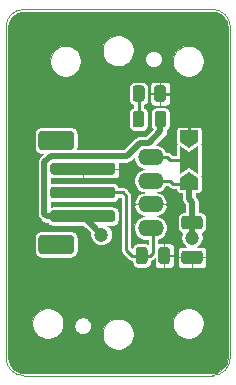
<source format=gbr>
G04 #@! TF.GenerationSoftware,KiCad,Pcbnew,5.1.9*
G04 #@! TF.CreationDate,2021-04-02T13:00:30+02:00*
G04 #@! TF.ProjectId,pressureSensorHolder,70726573-7375-4726-9553-656e736f7248,rev?*
G04 #@! TF.SameCoordinates,Original*
G04 #@! TF.FileFunction,Copper,L1,Top*
G04 #@! TF.FilePolarity,Positive*
%FSLAX46Y46*%
G04 Gerber Fmt 4.6, Leading zero omitted, Abs format (unit mm)*
G04 Created by KiCad (PCBNEW 5.1.9) date 2021-04-02 13:00:30*
%MOMM*%
%LPD*%
G01*
G04 APERTURE LIST*
G04 #@! TA.AperFunction,Profile*
%ADD10C,0.050000*%
G04 #@! TD*
G04 #@! TA.AperFunction,ComponentPad*
%ADD11O,2.200000X1.400000*%
G04 #@! TD*
G04 #@! TA.AperFunction,SMDPad,CuDef*
%ADD12C,0.100000*%
G04 #@! TD*
G04 #@! TA.AperFunction,ViaPad*
%ADD13C,0.800000*%
G04 #@! TD*
G04 #@! TA.AperFunction,ViaPad*
%ADD14C,1.200000*%
G04 #@! TD*
G04 #@! TA.AperFunction,Conductor*
%ADD15C,0.254000*%
G04 #@! TD*
G04 #@! TA.AperFunction,Conductor*
%ADD16C,0.500000*%
G04 #@! TD*
G04 #@! TA.AperFunction,Conductor*
%ADD17C,0.120000*%
G04 #@! TD*
G04 #@! TA.AperFunction,Conductor*
%ADD18C,0.100000*%
G04 #@! TD*
G04 APERTURE END LIST*
D10*
X140942200Y-99157400D02*
G75*
G02*
X139442200Y-97657400I0J1500000D01*
G01*
X139442200Y-69657400D02*
G75*
G02*
X140942200Y-68157400I1500000J0D01*
G01*
X158442200Y-97657400D02*
G75*
G02*
X156942200Y-99157400I-1500000J0D01*
G01*
X156942200Y-68157400D02*
G75*
G02*
X158442200Y-69657400I0J-1500000D01*
G01*
X158442200Y-97657400D02*
X158442200Y-69657400D01*
X140942200Y-99157400D02*
X156942200Y-99157400D01*
X139442200Y-69657400D02*
X139442200Y-97657400D01*
X156942200Y-68157400D02*
X140942200Y-68157400D01*
G04 #@! TA.AperFunction,SMDPad,CuDef*
G36*
G01*
X152338200Y-89472400D02*
X152338200Y-88522400D01*
G75*
G02*
X152588200Y-88272400I250000J0D01*
G01*
X153088200Y-88272400D01*
G75*
G02*
X153338200Y-88522400I0J-250000D01*
G01*
X153338200Y-89472400D01*
G75*
G02*
X153088200Y-89722400I-250000J0D01*
G01*
X152588200Y-89722400D01*
G75*
G02*
X152338200Y-89472400I0J250000D01*
G01*
G37*
G04 #@! TD.AperFunction*
G04 #@! TA.AperFunction,SMDPad,CuDef*
G36*
G01*
X150438200Y-89472400D02*
X150438200Y-88522400D01*
G75*
G02*
X150688200Y-88272400I250000J0D01*
G01*
X151188200Y-88272400D01*
G75*
G02*
X151438200Y-88522400I0J-250000D01*
G01*
X151438200Y-89472400D01*
G75*
G02*
X151188200Y-89722400I-250000J0D01*
G01*
X150688200Y-89722400D01*
G75*
G02*
X150438200Y-89472400I0J250000D01*
G01*
G37*
G04 #@! TD.AperFunction*
G04 #@! TA.AperFunction,SMDPad,CuDef*
G36*
G01*
X154540199Y-88578400D02*
X155840201Y-88578400D01*
G75*
G02*
X156090200Y-88828399I0J-249999D01*
G01*
X156090200Y-89478401D01*
G75*
G02*
X155840201Y-89728400I-249999J0D01*
G01*
X154540199Y-89728400D01*
G75*
G02*
X154290200Y-89478401I0J249999D01*
G01*
X154290200Y-88828399D01*
G75*
G02*
X154540199Y-88578400I249999J0D01*
G01*
G37*
G04 #@! TD.AperFunction*
G04 #@! TA.AperFunction,SMDPad,CuDef*
G36*
G01*
X154540199Y-85628400D02*
X155840201Y-85628400D01*
G75*
G02*
X156090200Y-85878399I0J-249999D01*
G01*
X156090200Y-86528401D01*
G75*
G02*
X155840201Y-86778400I-249999J0D01*
G01*
X154540199Y-86778400D01*
G75*
G02*
X154290200Y-86528401I0J249999D01*
G01*
X154290200Y-85878399D01*
G75*
G02*
X154540199Y-85628400I249999J0D01*
G01*
G37*
G04 #@! TD.AperFunction*
G04 #@! TA.AperFunction,SMDPad,CuDef*
G36*
G01*
X144942200Y-80057400D02*
X142442200Y-80057400D01*
G75*
G02*
X142192200Y-79807400I0J250000D01*
G01*
X142192200Y-78707400D01*
G75*
G02*
X142442200Y-78457400I250000J0D01*
G01*
X144942200Y-78457400D01*
G75*
G02*
X145192200Y-78707400I0J-250000D01*
G01*
X145192200Y-79807400D01*
G75*
G02*
X144942200Y-80057400I-250000J0D01*
G01*
G37*
G04 #@! TD.AperFunction*
G04 #@! TA.AperFunction,SMDPad,CuDef*
G36*
G01*
X144942200Y-88857400D02*
X142442200Y-88857400D01*
G75*
G02*
X142192200Y-88607400I0J250000D01*
G01*
X142192200Y-87507400D01*
G75*
G02*
X142442200Y-87257400I250000J0D01*
G01*
X144942200Y-87257400D01*
G75*
G02*
X145192200Y-87507400I0J-250000D01*
G01*
X145192200Y-88607400D01*
G75*
G02*
X144942200Y-88857400I-250000J0D01*
G01*
G37*
G04 #@! TD.AperFunction*
G04 #@! TA.AperFunction,SMDPad,CuDef*
G36*
G01*
X148442200Y-82157400D02*
X143442200Y-82157400D01*
G75*
G02*
X143192200Y-81907400I0J250000D01*
G01*
X143192200Y-81407400D01*
G75*
G02*
X143442200Y-81157400I250000J0D01*
G01*
X148442200Y-81157400D01*
G75*
G02*
X148692200Y-81407400I0J-250000D01*
G01*
X148692200Y-81907400D01*
G75*
G02*
X148442200Y-82157400I-250000J0D01*
G01*
G37*
G04 #@! TD.AperFunction*
G04 #@! TA.AperFunction,SMDPad,CuDef*
G36*
G01*
X148442200Y-84157400D02*
X143442200Y-84157400D01*
G75*
G02*
X143192200Y-83907400I0J250000D01*
G01*
X143192200Y-83407400D01*
G75*
G02*
X143442200Y-83157400I250000J0D01*
G01*
X148442200Y-83157400D01*
G75*
G02*
X148692200Y-83407400I0J-250000D01*
G01*
X148692200Y-83907400D01*
G75*
G02*
X148442200Y-84157400I-250000J0D01*
G01*
G37*
G04 #@! TD.AperFunction*
G04 #@! TA.AperFunction,SMDPad,CuDef*
G36*
G01*
X148442200Y-86157400D02*
X143442200Y-86157400D01*
G75*
G02*
X143192200Y-85907400I0J250000D01*
G01*
X143192200Y-85407400D01*
G75*
G02*
X143442200Y-85157400I250000J0D01*
G01*
X148442200Y-85157400D01*
G75*
G02*
X148692200Y-85407400I0J-250000D01*
G01*
X148692200Y-85907400D01*
G75*
G02*
X148442200Y-86157400I-250000J0D01*
G01*
G37*
G04 #@! TD.AperFunction*
G04 #@! TA.AperFunction,SMDPad,CuDef*
G36*
G01*
X151985700Y-75731402D02*
X151985700Y-74831398D01*
G75*
G02*
X152235698Y-74581400I249998J0D01*
G01*
X152760702Y-74581400D01*
G75*
G02*
X153010700Y-74831398I0J-249998D01*
G01*
X153010700Y-75731402D01*
G75*
G02*
X152760702Y-75981400I-249998J0D01*
G01*
X152235698Y-75981400D01*
G75*
G02*
X151985700Y-75731402I0J249998D01*
G01*
G37*
G04 #@! TD.AperFunction*
G04 #@! TA.AperFunction,SMDPad,CuDef*
G36*
G01*
X150160700Y-75731402D02*
X150160700Y-74831398D01*
G75*
G02*
X150410698Y-74581400I249998J0D01*
G01*
X150935702Y-74581400D01*
G75*
G02*
X151185700Y-74831398I0J-249998D01*
G01*
X151185700Y-75731402D01*
G75*
G02*
X150935702Y-75981400I-249998J0D01*
G01*
X150410698Y-75981400D01*
G75*
G02*
X150160700Y-75731402I0J249998D01*
G01*
G37*
G04 #@! TD.AperFunction*
G04 #@! TA.AperFunction,SMDPad,CuDef*
G36*
G01*
X152035700Y-77896650D02*
X152035700Y-76984150D01*
G75*
G02*
X152279450Y-76740400I243750J0D01*
G01*
X152766950Y-76740400D01*
G75*
G02*
X153010700Y-76984150I0J-243750D01*
G01*
X153010700Y-77896650D01*
G75*
G02*
X152766950Y-78140400I-243750J0D01*
G01*
X152279450Y-78140400D01*
G75*
G02*
X152035700Y-77896650I0J243750D01*
G01*
G37*
G04 #@! TD.AperFunction*
G04 #@! TA.AperFunction,SMDPad,CuDef*
G36*
G01*
X150160700Y-77896650D02*
X150160700Y-76984150D01*
G75*
G02*
X150404450Y-76740400I243750J0D01*
G01*
X150891950Y-76740400D01*
G75*
G02*
X151135700Y-76984150I0J-243750D01*
G01*
X151135700Y-77896650D01*
G75*
G02*
X150891950Y-78140400I-243750J0D01*
G01*
X150404450Y-78140400D01*
G75*
G02*
X150160700Y-77896650I0J243750D01*
G01*
G37*
G04 #@! TD.AperFunction*
D11*
X151692200Y-80657400D03*
X151692200Y-82657400D03*
X151692200Y-84657400D03*
X151692200Y-86657400D03*
G04 #@! TA.AperFunction,SMDPad,CuDef*
D12*
G36*
X154942200Y-81907400D02*
G01*
X155692200Y-82407400D01*
X155692200Y-83407400D01*
X154192200Y-83407400D01*
X154192200Y-82407400D01*
X154942200Y-81907400D01*
G37*
G04 #@! TD.AperFunction*
G04 #@! TA.AperFunction,SMDPad,CuDef*
G36*
X154942200Y-80207400D02*
G01*
X155692200Y-79707400D01*
X155692200Y-82107400D01*
X154942200Y-81607400D01*
X154192200Y-82107400D01*
X154192200Y-79707400D01*
X154942200Y-80207400D01*
G37*
G04 #@! TD.AperFunction*
G04 #@! TA.AperFunction,SMDPad,CuDef*
G36*
X154942200Y-79907400D02*
G01*
X154192200Y-79407400D01*
X154192200Y-78407400D01*
X155692200Y-78407400D01*
X155692200Y-79407400D01*
X154942200Y-79907400D01*
G37*
G04 #@! TD.AperFunction*
D13*
X146808200Y-76043400D03*
X153793200Y-84806400D03*
D14*
X147504200Y-87219402D03*
X155190196Y-87473404D03*
D15*
X149342200Y-83657400D02*
X145942200Y-83657400D01*
X149602200Y-83917400D02*
X149342200Y-83657400D01*
X149602200Y-88489400D02*
X149602200Y-83917400D01*
X150110200Y-88997400D02*
X149602200Y-88489400D01*
X150938200Y-88997400D02*
X150110200Y-88997400D01*
X151634200Y-88997400D02*
X150938200Y-88997400D01*
X151888200Y-88743400D02*
X151634200Y-88997400D01*
X151888200Y-86853400D02*
X151888200Y-88743400D01*
X151692200Y-86657400D02*
X151888200Y-86853400D01*
X151692200Y-80657400D02*
X153114200Y-80657400D01*
X153364200Y-80907400D02*
X154942200Y-80907400D01*
X153114200Y-80657400D02*
X153364200Y-80907400D01*
X154942200Y-78907400D02*
X154942200Y-76303400D01*
X153920200Y-75281400D02*
X152498200Y-75281400D01*
X154942200Y-76303400D02*
X153920200Y-75281400D01*
X154942200Y-82907400D02*
X153586200Y-82907400D01*
X153336200Y-82657400D02*
X151692200Y-82657400D01*
X153586200Y-82907400D02*
X153336200Y-82657400D01*
D16*
X155190200Y-86203400D02*
X155190200Y-84425400D01*
X154942200Y-84177400D02*
X154942200Y-82907400D01*
X155190200Y-84425400D02*
X154942200Y-84177400D01*
X142904190Y-85657400D02*
X145942200Y-85657400D01*
X142688190Y-85441400D02*
X142904190Y-85657400D01*
X142688190Y-81095076D02*
X142688190Y-85441400D01*
X143221856Y-80561410D02*
X142688190Y-81095076D01*
X150793483Y-79453390D02*
X149685463Y-80561410D01*
X151526210Y-79453390D02*
X150793483Y-79453390D01*
X152523200Y-78456400D02*
X151526210Y-79453390D01*
X149685463Y-80561410D02*
X143221856Y-80561410D01*
X152523200Y-77440400D02*
X152523200Y-78456400D01*
X146904201Y-86619403D02*
X147504200Y-87219402D01*
X145942200Y-85657400D02*
X146904201Y-86619403D01*
X155190200Y-86203400D02*
X155190200Y-87473400D01*
X155190200Y-87473400D02*
X155190196Y-87473404D01*
D15*
X150673200Y-77415400D02*
X150648200Y-77440400D01*
X150673200Y-75281400D02*
X150673200Y-77415400D01*
D17*
X157191590Y-68397884D02*
X157431482Y-68470312D01*
X157652739Y-68587956D01*
X157846929Y-68746333D01*
X158006657Y-68939412D01*
X158125844Y-69159842D01*
X158199945Y-69399224D01*
X158227201Y-69658555D01*
X158227200Y-97646884D01*
X158201716Y-97906790D01*
X158129288Y-98146682D01*
X158011644Y-98367938D01*
X157853269Y-98562126D01*
X157660187Y-98721858D01*
X157439758Y-98841044D01*
X157200376Y-98915145D01*
X156941055Y-98942400D01*
X140952716Y-98942400D01*
X140692810Y-98916916D01*
X140452918Y-98844488D01*
X140231662Y-98726844D01*
X140037474Y-98568469D01*
X139877742Y-98375387D01*
X139758556Y-98154958D01*
X139684455Y-97915576D01*
X139657200Y-97656255D01*
X139657200Y-94627982D01*
X141678200Y-94627982D01*
X141678200Y-94886818D01*
X141728696Y-95140680D01*
X141827748Y-95379812D01*
X141971549Y-95595026D01*
X142154574Y-95778051D01*
X142369788Y-95921852D01*
X142608920Y-96020904D01*
X142862782Y-96071400D01*
X143121618Y-96071400D01*
X143375480Y-96020904D01*
X143614612Y-95921852D01*
X143829826Y-95778051D01*
X144012851Y-95595026D01*
X144156652Y-95379812D01*
X144255704Y-95140680D01*
X144306148Y-94887077D01*
X145228200Y-94887077D01*
X145228200Y-95027723D01*
X145255638Y-95165666D01*
X145309461Y-95295606D01*
X145387600Y-95412549D01*
X145487051Y-95512000D01*
X145603994Y-95590139D01*
X145733934Y-95643962D01*
X145871877Y-95671400D01*
X146012523Y-95671400D01*
X146150466Y-95643962D01*
X146280406Y-95590139D01*
X146373430Y-95527982D01*
X147628200Y-95527982D01*
X147628200Y-95786818D01*
X147678696Y-96040680D01*
X147777748Y-96279812D01*
X147921549Y-96495026D01*
X148104574Y-96678051D01*
X148319788Y-96821852D01*
X148558920Y-96920904D01*
X148812782Y-96971400D01*
X149071618Y-96971400D01*
X149325480Y-96920904D01*
X149564612Y-96821852D01*
X149779826Y-96678051D01*
X149962851Y-96495026D01*
X150106652Y-96279812D01*
X150205704Y-96040680D01*
X150256200Y-95786818D01*
X150256200Y-95527982D01*
X150205704Y-95274120D01*
X150106652Y-95034988D01*
X149962851Y-94819774D01*
X149779826Y-94636749D01*
X149766706Y-94627982D01*
X153578200Y-94627982D01*
X153578200Y-94886818D01*
X153628696Y-95140680D01*
X153727748Y-95379812D01*
X153871549Y-95595026D01*
X154054574Y-95778051D01*
X154269788Y-95921852D01*
X154508920Y-96020904D01*
X154762782Y-96071400D01*
X155021618Y-96071400D01*
X155275480Y-96020904D01*
X155514612Y-95921852D01*
X155729826Y-95778051D01*
X155912851Y-95595026D01*
X156056652Y-95379812D01*
X156155704Y-95140680D01*
X156206200Y-94886818D01*
X156206200Y-94627982D01*
X156155704Y-94374120D01*
X156056652Y-94134988D01*
X155912851Y-93919774D01*
X155729826Y-93736749D01*
X155514612Y-93592948D01*
X155275480Y-93493896D01*
X155021618Y-93443400D01*
X154762782Y-93443400D01*
X154508920Y-93493896D01*
X154269788Y-93592948D01*
X154054574Y-93736749D01*
X153871549Y-93919774D01*
X153727748Y-94134988D01*
X153628696Y-94374120D01*
X153578200Y-94627982D01*
X149766706Y-94627982D01*
X149564612Y-94492948D01*
X149325480Y-94393896D01*
X149071618Y-94343400D01*
X148812782Y-94343400D01*
X148558920Y-94393896D01*
X148319788Y-94492948D01*
X148104574Y-94636749D01*
X147921549Y-94819774D01*
X147777748Y-95034988D01*
X147678696Y-95274120D01*
X147628200Y-95527982D01*
X146373430Y-95527982D01*
X146397349Y-95512000D01*
X146496800Y-95412549D01*
X146574939Y-95295606D01*
X146628762Y-95165666D01*
X146656200Y-95027723D01*
X146656200Y-94887077D01*
X146628762Y-94749134D01*
X146574939Y-94619194D01*
X146496800Y-94502251D01*
X146397349Y-94402800D01*
X146280406Y-94324661D01*
X146150466Y-94270838D01*
X146012523Y-94243400D01*
X145871877Y-94243400D01*
X145733934Y-94270838D01*
X145603994Y-94324661D01*
X145487051Y-94402800D01*
X145387600Y-94502251D01*
X145309461Y-94619194D01*
X145255638Y-94749134D01*
X145228200Y-94887077D01*
X144306148Y-94887077D01*
X144306200Y-94886818D01*
X144306200Y-94627982D01*
X144255704Y-94374120D01*
X144156652Y-94134988D01*
X144012851Y-93919774D01*
X143829826Y-93736749D01*
X143614612Y-93592948D01*
X143375480Y-93493896D01*
X143121618Y-93443400D01*
X142862782Y-93443400D01*
X142608920Y-93493896D01*
X142369788Y-93592948D01*
X142154574Y-93736749D01*
X141971549Y-93919774D01*
X141827748Y-94134988D01*
X141728696Y-94374120D01*
X141678200Y-94627982D01*
X139657200Y-94627982D01*
X139657200Y-87507400D01*
X141876681Y-87507400D01*
X141876681Y-88607400D01*
X141887547Y-88717727D01*
X141919729Y-88823815D01*
X141971988Y-88921586D01*
X142042318Y-89007282D01*
X142128014Y-89077612D01*
X142225785Y-89129871D01*
X142331873Y-89162053D01*
X142442200Y-89172919D01*
X144942200Y-89172919D01*
X145052527Y-89162053D01*
X145158615Y-89129871D01*
X145256386Y-89077612D01*
X145342082Y-89007282D01*
X145412412Y-88921586D01*
X145464671Y-88823815D01*
X145496853Y-88717727D01*
X145507719Y-88607400D01*
X145507719Y-87507400D01*
X145496853Y-87397073D01*
X145464671Y-87290985D01*
X145412412Y-87193214D01*
X145342082Y-87107518D01*
X145256386Y-87037188D01*
X145158615Y-86984929D01*
X145052527Y-86952747D01*
X144942200Y-86941881D01*
X142442200Y-86941881D01*
X142331873Y-86952747D01*
X142225785Y-86984929D01*
X142128014Y-87037188D01*
X142042318Y-87107518D01*
X141971988Y-87193214D01*
X141919729Y-87290985D01*
X141887547Y-87397073D01*
X141876681Y-87507400D01*
X139657200Y-87507400D01*
X139657200Y-78707400D01*
X141876681Y-78707400D01*
X141876681Y-79807400D01*
X141887547Y-79917727D01*
X141919729Y-80023815D01*
X141971988Y-80121586D01*
X142042318Y-80207282D01*
X142128014Y-80277612D01*
X142225785Y-80329871D01*
X142331873Y-80362053D01*
X142442200Y-80372919D01*
X142612731Y-80372919D01*
X142308972Y-80676678D01*
X142287453Y-80694339D01*
X142216973Y-80780219D01*
X142164602Y-80878200D01*
X142132352Y-80984514D01*
X142124190Y-81067380D01*
X142124190Y-81067387D01*
X142121463Y-81095076D01*
X142124190Y-81122765D01*
X142124191Y-85413701D01*
X142121463Y-85441400D01*
X142132352Y-85551963D01*
X142158049Y-85636672D01*
X142164603Y-85658277D01*
X142216974Y-85756257D01*
X142287454Y-85842137D01*
X142308969Y-85859794D01*
X142485792Y-86036617D01*
X142503453Y-86058137D01*
X142589333Y-86128617D01*
X142687313Y-86180988D01*
X142768882Y-86205732D01*
X142793626Y-86213238D01*
X142803959Y-86214256D01*
X142876493Y-86221400D01*
X142876500Y-86221400D01*
X142904189Y-86224127D01*
X142931878Y-86221400D01*
X142971889Y-86221400D01*
X142971988Y-86221586D01*
X143042318Y-86307282D01*
X143128014Y-86377612D01*
X143225785Y-86429871D01*
X143331873Y-86462053D01*
X143442200Y-86472919D01*
X145960102Y-86472919D01*
X146524976Y-87037795D01*
X146524986Y-87037804D01*
X146594574Y-87107391D01*
X146590200Y-87129381D01*
X146590200Y-87309423D01*
X146625325Y-87486006D01*
X146694224Y-87652343D01*
X146794250Y-87802043D01*
X146921559Y-87929352D01*
X147071259Y-88029378D01*
X147237596Y-88098277D01*
X147414179Y-88133402D01*
X147594221Y-88133402D01*
X147770804Y-88098277D01*
X147937141Y-88029378D01*
X148086841Y-87929352D01*
X148214150Y-87802043D01*
X148314176Y-87652343D01*
X148383075Y-87486006D01*
X148418200Y-87309423D01*
X148418200Y-87129381D01*
X148383075Y-86952798D01*
X148314176Y-86786461D01*
X148214150Y-86636761D01*
X148086841Y-86509452D01*
X148032165Y-86472919D01*
X148442200Y-86472919D01*
X148552527Y-86462053D01*
X148658615Y-86429871D01*
X148756386Y-86377612D01*
X148842082Y-86307282D01*
X148912412Y-86221586D01*
X148964671Y-86123815D01*
X148996853Y-86017727D01*
X149007719Y-85907400D01*
X149007719Y-85407400D01*
X148996853Y-85297073D01*
X148964671Y-85190985D01*
X148912412Y-85093214D01*
X148842082Y-85007518D01*
X148756386Y-84937188D01*
X148658615Y-84884929D01*
X148552527Y-84852747D01*
X148442200Y-84841881D01*
X143442200Y-84841881D01*
X143331873Y-84852747D01*
X143252190Y-84876919D01*
X143252190Y-84437881D01*
X143331873Y-84462053D01*
X143442200Y-84472919D01*
X148442200Y-84472919D01*
X148552527Y-84462053D01*
X148658615Y-84429871D01*
X148756386Y-84377612D01*
X148842082Y-84307282D01*
X148912412Y-84221586D01*
X148964671Y-84123815D01*
X148972381Y-84098400D01*
X149159533Y-84098400D01*
X149161201Y-84100068D01*
X149161200Y-88467752D01*
X149159068Y-88489400D01*
X149161200Y-88511048D01*
X149161200Y-88511055D01*
X149167582Y-88575850D01*
X149192798Y-88658979D01*
X149233748Y-88735591D01*
X149288858Y-88802742D01*
X149305684Y-88816551D01*
X149783053Y-89293921D01*
X149796858Y-89310742D01*
X149864008Y-89365852D01*
X149940620Y-89406802D01*
X149998532Y-89424369D01*
X150023748Y-89432018D01*
X150032152Y-89432846D01*
X150088544Y-89438400D01*
X150088551Y-89438400D01*
X150110199Y-89440532D01*
X150122681Y-89439303D01*
X150122681Y-89472400D01*
X150133547Y-89582727D01*
X150165729Y-89688815D01*
X150217988Y-89786586D01*
X150288318Y-89872282D01*
X150374014Y-89942612D01*
X150471785Y-89994871D01*
X150577873Y-90027053D01*
X150688200Y-90037919D01*
X151188200Y-90037919D01*
X151298527Y-90027053D01*
X151404615Y-89994871D01*
X151502386Y-89942612D01*
X151588082Y-89872282D01*
X151658412Y-89786586D01*
X151710671Y-89688815D01*
X151742853Y-89582727D01*
X151753719Y-89472400D01*
X151753719Y-89421987D01*
X151803780Y-89406802D01*
X151880392Y-89365852D01*
X151947542Y-89310742D01*
X151961351Y-89293916D01*
X152022838Y-89232430D01*
X152021676Y-89722400D01*
X152027758Y-89784151D01*
X152045770Y-89843528D01*
X152075020Y-89898251D01*
X152114384Y-89946216D01*
X152162349Y-89985580D01*
X152217072Y-90014830D01*
X152276449Y-90032842D01*
X152338200Y-90038924D01*
X152755950Y-90037400D01*
X152834700Y-89958650D01*
X152834700Y-89000900D01*
X152841700Y-89000900D01*
X152841700Y-89958650D01*
X152920450Y-90037400D01*
X153338200Y-90038924D01*
X153399951Y-90032842D01*
X153459328Y-90014830D01*
X153514051Y-89985580D01*
X153562016Y-89946216D01*
X153601380Y-89898251D01*
X153630630Y-89843528D01*
X153648642Y-89784151D01*
X153654133Y-89728400D01*
X153973676Y-89728400D01*
X153979758Y-89790151D01*
X153997770Y-89849528D01*
X154027020Y-89904251D01*
X154066384Y-89952216D01*
X154114349Y-89991580D01*
X154169072Y-90020830D01*
X154228449Y-90038842D01*
X154290200Y-90044924D01*
X155107950Y-90043400D01*
X155186700Y-89964650D01*
X155186700Y-89156900D01*
X155193700Y-89156900D01*
X155193700Y-89964650D01*
X155272450Y-90043400D01*
X156090200Y-90044924D01*
X156151951Y-90038842D01*
X156211328Y-90020830D01*
X156266051Y-89991580D01*
X156314016Y-89952216D01*
X156353380Y-89904251D01*
X156382630Y-89849528D01*
X156400642Y-89790151D01*
X156406724Y-89728400D01*
X156405200Y-89235650D01*
X156326450Y-89156900D01*
X155193700Y-89156900D01*
X155186700Y-89156900D01*
X154053950Y-89156900D01*
X153975200Y-89235650D01*
X153973676Y-89728400D01*
X153654133Y-89728400D01*
X153654724Y-89722400D01*
X153653200Y-89079650D01*
X153574450Y-89000900D01*
X152841700Y-89000900D01*
X152834700Y-89000900D01*
X152814700Y-89000900D01*
X152814700Y-88993900D01*
X152834700Y-88993900D01*
X152834700Y-88036150D01*
X152841700Y-88036150D01*
X152841700Y-88993900D01*
X153574450Y-88993900D01*
X153653200Y-88915150D01*
X153654724Y-88272400D01*
X153648642Y-88210649D01*
X153630630Y-88151272D01*
X153601380Y-88096549D01*
X153562016Y-88048584D01*
X153514051Y-88009220D01*
X153459328Y-87979970D01*
X153399951Y-87961958D01*
X153338200Y-87955876D01*
X152920450Y-87957400D01*
X152841700Y-88036150D01*
X152834700Y-88036150D01*
X152755950Y-87957400D01*
X152338200Y-87955876D01*
X152329200Y-87956762D01*
X152329200Y-87645134D01*
X152482118Y-87598746D01*
X152658274Y-87504589D01*
X152812675Y-87377875D01*
X152939389Y-87223474D01*
X153033546Y-87047318D01*
X153091528Y-86856179D01*
X153111106Y-86657400D01*
X153091528Y-86458621D01*
X153033546Y-86267482D01*
X152939389Y-86091326D01*
X152812675Y-85936925D01*
X152658274Y-85810211D01*
X152482118Y-85716054D01*
X152290979Y-85658072D01*
X152263115Y-85655328D01*
X152293649Y-85652214D01*
X152483857Y-85593798D01*
X152659014Y-85499397D01*
X152812388Y-85372638D01*
X152938086Y-85218393D01*
X153031277Y-85042590D01*
X153088380Y-84851984D01*
X153094150Y-84819637D01*
X153028443Y-84660900D01*
X151695700Y-84660900D01*
X151695700Y-84680900D01*
X151688700Y-84680900D01*
X151688700Y-84660900D01*
X150355957Y-84660900D01*
X150290250Y-84819637D01*
X150296020Y-84851984D01*
X150353123Y-85042590D01*
X150446314Y-85218393D01*
X150572012Y-85372638D01*
X150725386Y-85499397D01*
X150900543Y-85593798D01*
X151090751Y-85652214D01*
X151121285Y-85655328D01*
X151093421Y-85658072D01*
X150902282Y-85716054D01*
X150726126Y-85810211D01*
X150571725Y-85936925D01*
X150445011Y-86091326D01*
X150350854Y-86267482D01*
X150292872Y-86458621D01*
X150273294Y-86657400D01*
X150292872Y-86856179D01*
X150350854Y-87047318D01*
X150445011Y-87223474D01*
X150571725Y-87377875D01*
X150726126Y-87504589D01*
X150902282Y-87598746D01*
X151093421Y-87656728D01*
X151242388Y-87671400D01*
X151447200Y-87671400D01*
X151447201Y-88022691D01*
X151404615Y-87999929D01*
X151298527Y-87967747D01*
X151188200Y-87956881D01*
X150688200Y-87956881D01*
X150577873Y-87967747D01*
X150471785Y-87999929D01*
X150374014Y-88052188D01*
X150288318Y-88122518D01*
X150217988Y-88208214D01*
X150165729Y-88305985D01*
X150137037Y-88400569D01*
X150043200Y-88306733D01*
X150043200Y-83939051D01*
X150045332Y-83917400D01*
X150043200Y-83895749D01*
X150043200Y-83895744D01*
X150039549Y-83858672D01*
X150036819Y-83830949D01*
X150011602Y-83747820D01*
X149970652Y-83671208D01*
X149915542Y-83604058D01*
X149898715Y-83590248D01*
X149669352Y-83360885D01*
X149655542Y-83344058D01*
X149588392Y-83288948D01*
X149511780Y-83247998D01*
X149428651Y-83222782D01*
X149363856Y-83216400D01*
X149363848Y-83216400D01*
X149342200Y-83214268D01*
X149320552Y-83216400D01*
X148972381Y-83216400D01*
X148964671Y-83190985D01*
X148912412Y-83093214D01*
X148842082Y-83007518D01*
X148756386Y-82937188D01*
X148658615Y-82884929D01*
X148552527Y-82852747D01*
X148442200Y-82841881D01*
X143442200Y-82841881D01*
X143331873Y-82852747D01*
X143252190Y-82876919D01*
X143252190Y-82473890D01*
X145859950Y-82472400D01*
X145938700Y-82393650D01*
X145938700Y-81660900D01*
X145945700Y-81660900D01*
X145945700Y-82393650D01*
X146024450Y-82472400D01*
X148692200Y-82473924D01*
X148753951Y-82467842D01*
X148813328Y-82449830D01*
X148868051Y-82420580D01*
X148916016Y-82381216D01*
X148955380Y-82333251D01*
X148984630Y-82278528D01*
X149002642Y-82219151D01*
X149008724Y-82157400D01*
X149007200Y-81739650D01*
X148928450Y-81660900D01*
X145945700Y-81660900D01*
X145938700Y-81660900D01*
X145918700Y-81660900D01*
X145918700Y-81653900D01*
X145938700Y-81653900D01*
X145938700Y-81633900D01*
X145945700Y-81633900D01*
X145945700Y-81653900D01*
X148928450Y-81653900D01*
X149007200Y-81575150D01*
X149008724Y-81157400D01*
X149005573Y-81125410D01*
X149657774Y-81125410D01*
X149685463Y-81128137D01*
X149713152Y-81125410D01*
X149713160Y-81125410D01*
X149796026Y-81117248D01*
X149902340Y-81084998D01*
X150000320Y-81032627D01*
X150086200Y-80962147D01*
X150103861Y-80940627D01*
X150283497Y-80760992D01*
X150292872Y-80856179D01*
X150350854Y-81047318D01*
X150445011Y-81223474D01*
X150571725Y-81377875D01*
X150726126Y-81504589D01*
X150902282Y-81598746D01*
X151093421Y-81656728D01*
X151100244Y-81657400D01*
X151093421Y-81658072D01*
X150902282Y-81716054D01*
X150726126Y-81810211D01*
X150571725Y-81936925D01*
X150445011Y-82091326D01*
X150350854Y-82267482D01*
X150292872Y-82458621D01*
X150273294Y-82657400D01*
X150292872Y-82856179D01*
X150350854Y-83047318D01*
X150445011Y-83223474D01*
X150571725Y-83377875D01*
X150726126Y-83504589D01*
X150902282Y-83598746D01*
X151093421Y-83656728D01*
X151121285Y-83659472D01*
X151090751Y-83662586D01*
X150900543Y-83721002D01*
X150725386Y-83815403D01*
X150572012Y-83942162D01*
X150446314Y-84096407D01*
X150353123Y-84272210D01*
X150296020Y-84462816D01*
X150290250Y-84495163D01*
X150355957Y-84653900D01*
X151688700Y-84653900D01*
X151688700Y-84633900D01*
X151695700Y-84633900D01*
X151695700Y-84653900D01*
X153028443Y-84653900D01*
X153094150Y-84495163D01*
X153088380Y-84462816D01*
X153031277Y-84272210D01*
X152938086Y-84096407D01*
X152812388Y-83942162D01*
X152659014Y-83815403D01*
X152483857Y-83721002D01*
X152293649Y-83662586D01*
X152263115Y-83659472D01*
X152290979Y-83656728D01*
X152482118Y-83598746D01*
X152658274Y-83504589D01*
X152812675Y-83377875D01*
X152939389Y-83223474D01*
X153006242Y-83098400D01*
X153153533Y-83098400D01*
X153259048Y-83203915D01*
X153272858Y-83220742D01*
X153340008Y-83275852D01*
X153416620Y-83316802D01*
X153460964Y-83330253D01*
X153499748Y-83342018D01*
X153508152Y-83342846D01*
X153564544Y-83348400D01*
X153564551Y-83348400D01*
X153586199Y-83350532D01*
X153607847Y-83348400D01*
X153876681Y-83348400D01*
X153876681Y-83407400D01*
X153882744Y-83468955D01*
X153900698Y-83528144D01*
X153929856Y-83582693D01*
X153969094Y-83630506D01*
X154016907Y-83669744D01*
X154071456Y-83698902D01*
X154130645Y-83716856D01*
X154192200Y-83722919D01*
X154378200Y-83722919D01*
X154378200Y-84149711D01*
X154375473Y-84177400D01*
X154378200Y-84205089D01*
X154378200Y-84205096D01*
X154386362Y-84287962D01*
X154418612Y-84394276D01*
X154470983Y-84492257D01*
X154541463Y-84578137D01*
X154562983Y-84595798D01*
X154626201Y-84659016D01*
X154626201Y-85312881D01*
X154540199Y-85312881D01*
X154429872Y-85323747D01*
X154323785Y-85355928D01*
X154226014Y-85408188D01*
X154140317Y-85478517D01*
X154069988Y-85564214D01*
X154017728Y-85661985D01*
X153985547Y-85768072D01*
X153974681Y-85878399D01*
X153974681Y-86528401D01*
X153985547Y-86638728D01*
X154017728Y-86744815D01*
X154069988Y-86842586D01*
X154140317Y-86928283D01*
X154226014Y-86998612D01*
X154323785Y-87050872D01*
X154370090Y-87064918D01*
X154311321Y-87206800D01*
X154276196Y-87383383D01*
X154276196Y-87563425D01*
X154311321Y-87740008D01*
X154380220Y-87906345D01*
X154480246Y-88056045D01*
X154607555Y-88183354D01*
X154726288Y-88262689D01*
X154290200Y-88261876D01*
X154228449Y-88267958D01*
X154169072Y-88285970D01*
X154114349Y-88315220D01*
X154066384Y-88354584D01*
X154027020Y-88402549D01*
X153997770Y-88457272D01*
X153979758Y-88516649D01*
X153973676Y-88578400D01*
X153975200Y-89071150D01*
X154053950Y-89149900D01*
X155186700Y-89149900D01*
X155186700Y-89129900D01*
X155193700Y-89129900D01*
X155193700Y-89149900D01*
X156326450Y-89149900D01*
X156405200Y-89071150D01*
X156406724Y-88578400D01*
X156400642Y-88516649D01*
X156382630Y-88457272D01*
X156353380Y-88402549D01*
X156314016Y-88354584D01*
X156266051Y-88315220D01*
X156211328Y-88285970D01*
X156151951Y-88267958D01*
X156090200Y-88261876D01*
X155654104Y-88262689D01*
X155772837Y-88183354D01*
X155900146Y-88056045D01*
X156000172Y-87906345D01*
X156069071Y-87740008D01*
X156104196Y-87563425D01*
X156104196Y-87383383D01*
X156069071Y-87206800D01*
X156010303Y-87064921D01*
X156056615Y-87050872D01*
X156154386Y-86998612D01*
X156240083Y-86928283D01*
X156310412Y-86842586D01*
X156362672Y-86744815D01*
X156394853Y-86638728D01*
X156405719Y-86528401D01*
X156405719Y-85878399D01*
X156394853Y-85768072D01*
X156362672Y-85661985D01*
X156310412Y-85564214D01*
X156240083Y-85478517D01*
X156154386Y-85408188D01*
X156056615Y-85355928D01*
X155950528Y-85323747D01*
X155840201Y-85312881D01*
X155754200Y-85312881D01*
X155754200Y-84453089D01*
X155756927Y-84425400D01*
X155754200Y-84397711D01*
X155754200Y-84397703D01*
X155746038Y-84314837D01*
X155713788Y-84208523D01*
X155661417Y-84110543D01*
X155590937Y-84024663D01*
X155569417Y-84007002D01*
X155506200Y-83943785D01*
X155506200Y-83722919D01*
X155692200Y-83722919D01*
X155753755Y-83716856D01*
X155812944Y-83698902D01*
X155867493Y-83669744D01*
X155915306Y-83630506D01*
X155954544Y-83582693D01*
X155983702Y-83528144D01*
X156001656Y-83468955D01*
X156007719Y-83407400D01*
X156007719Y-82407400D01*
X156001592Y-82345522D01*
X155983575Y-82286351D01*
X155968063Y-82257402D01*
X155983702Y-82228144D01*
X156001656Y-82168955D01*
X156007719Y-82107400D01*
X156007719Y-79707400D01*
X156001721Y-79646169D01*
X155983828Y-79586961D01*
X155968632Y-79558459D01*
X155984630Y-79528528D01*
X156002642Y-79469151D01*
X156008724Y-79407400D01*
X156008724Y-78407400D01*
X156002642Y-78345649D01*
X155984630Y-78286272D01*
X155955380Y-78231549D01*
X155916016Y-78183584D01*
X155868051Y-78144220D01*
X155813328Y-78114970D01*
X155753951Y-78096958D01*
X155692200Y-78090876D01*
X154192200Y-78090876D01*
X154130449Y-78096958D01*
X154071072Y-78114970D01*
X154016349Y-78144220D01*
X153968384Y-78183584D01*
X153929020Y-78231549D01*
X153899770Y-78286272D01*
X153881758Y-78345649D01*
X153875676Y-78407400D01*
X153875676Y-79407400D01*
X153881823Y-79469475D01*
X153899897Y-79528834D01*
X153915771Y-79558458D01*
X153900698Y-79586656D01*
X153882744Y-79645845D01*
X153876681Y-79707400D01*
X153876681Y-80466400D01*
X153546867Y-80466400D01*
X153441352Y-80360885D01*
X153427542Y-80344058D01*
X153360392Y-80288948D01*
X153283780Y-80247998D01*
X153200651Y-80222782D01*
X153135856Y-80216400D01*
X153135848Y-80216400D01*
X153114200Y-80214268D01*
X153092552Y-80216400D01*
X153006242Y-80216400D01*
X152939389Y-80091326D01*
X152812675Y-79936925D01*
X152658274Y-79810211D01*
X152482118Y-79716054D01*
X152290979Y-79658072D01*
X152142012Y-79643400D01*
X152133815Y-79643400D01*
X152902428Y-78874789D01*
X152923937Y-78857137D01*
X152941589Y-78835628D01*
X152941593Y-78835624D01*
X152963539Y-78808882D01*
X152994417Y-78771257D01*
X153046788Y-78673277D01*
X153079038Y-78566963D01*
X153087200Y-78484097D01*
X153087200Y-78484089D01*
X153089927Y-78456400D01*
X153087200Y-78428711D01*
X153087200Y-78353838D01*
X153162413Y-78292113D01*
X153231965Y-78207363D01*
X153283647Y-78110673D01*
X153315473Y-78005758D01*
X153326219Y-77896650D01*
X153326219Y-76984150D01*
X153315473Y-76875042D01*
X153283647Y-76770127D01*
X153231965Y-76673437D01*
X153162413Y-76588687D01*
X153077663Y-76519135D01*
X152980973Y-76467453D01*
X152876058Y-76435627D01*
X152766950Y-76424881D01*
X152279450Y-76424881D01*
X152170342Y-76435627D01*
X152065427Y-76467453D01*
X151968737Y-76519135D01*
X151883987Y-76588687D01*
X151814435Y-76673437D01*
X151762753Y-76770127D01*
X151730927Y-76875042D01*
X151720181Y-76984150D01*
X151720181Y-77896650D01*
X151730927Y-78005758D01*
X151762753Y-78110673D01*
X151814435Y-78207363D01*
X151883987Y-78292113D01*
X151887218Y-78294765D01*
X151292595Y-78889390D01*
X150821172Y-78889390D01*
X150793483Y-78886663D01*
X150765794Y-78889390D01*
X150765786Y-78889390D01*
X150692369Y-78896621D01*
X150682919Y-78897552D01*
X150650669Y-78907335D01*
X150576606Y-78929802D01*
X150478626Y-78982173D01*
X150441992Y-79012238D01*
X150414259Y-79034997D01*
X150414255Y-79035001D01*
X150392746Y-79052653D01*
X150375094Y-79074162D01*
X149451848Y-79997410D01*
X145472681Y-79997410D01*
X145496853Y-79917727D01*
X145507719Y-79807400D01*
X145507719Y-78707400D01*
X145496853Y-78597073D01*
X145464671Y-78490985D01*
X145412412Y-78393214D01*
X145342082Y-78307518D01*
X145256386Y-78237188D01*
X145158615Y-78184929D01*
X145052527Y-78152747D01*
X144942200Y-78141881D01*
X142442200Y-78141881D01*
X142331873Y-78152747D01*
X142225785Y-78184929D01*
X142128014Y-78237188D01*
X142042318Y-78307518D01*
X141971988Y-78393214D01*
X141919729Y-78490985D01*
X141887547Y-78597073D01*
X141876681Y-78707400D01*
X139657200Y-78707400D01*
X139657200Y-74831398D01*
X149845181Y-74831398D01*
X149845181Y-75731402D01*
X149856047Y-75841729D01*
X149888228Y-75947816D01*
X149940488Y-76045586D01*
X150010817Y-76131283D01*
X150096514Y-76201612D01*
X150194284Y-76253872D01*
X150232200Y-76265374D01*
X150232201Y-76454781D01*
X150190427Y-76467453D01*
X150093737Y-76519135D01*
X150008987Y-76588687D01*
X149939435Y-76673437D01*
X149887753Y-76770127D01*
X149855927Y-76875042D01*
X149845181Y-76984150D01*
X149845181Y-77896650D01*
X149855927Y-78005758D01*
X149887753Y-78110673D01*
X149939435Y-78207363D01*
X150008987Y-78292113D01*
X150093737Y-78361665D01*
X150190427Y-78413347D01*
X150295342Y-78445173D01*
X150404450Y-78455919D01*
X150891950Y-78455919D01*
X151001058Y-78445173D01*
X151105973Y-78413347D01*
X151202663Y-78361665D01*
X151287413Y-78292113D01*
X151356965Y-78207363D01*
X151408647Y-78110673D01*
X151440473Y-78005758D01*
X151451219Y-77896650D01*
X151451219Y-76984150D01*
X151440473Y-76875042D01*
X151408647Y-76770127D01*
X151356965Y-76673437D01*
X151287413Y-76588687D01*
X151202663Y-76519135D01*
X151114200Y-76471850D01*
X151114200Y-76265374D01*
X151152116Y-76253872D01*
X151249886Y-76201612D01*
X151335583Y-76131283D01*
X151405912Y-76045586D01*
X151440220Y-75981400D01*
X151669176Y-75981400D01*
X151675258Y-76043151D01*
X151693270Y-76102528D01*
X151722520Y-76157251D01*
X151761884Y-76205216D01*
X151809849Y-76244580D01*
X151864572Y-76273830D01*
X151923949Y-76291842D01*
X151985700Y-76297924D01*
X152415950Y-76296400D01*
X152494700Y-76217650D01*
X152494700Y-75284900D01*
X152501700Y-75284900D01*
X152501700Y-76217650D01*
X152580450Y-76296400D01*
X153010700Y-76297924D01*
X153072451Y-76291842D01*
X153131828Y-76273830D01*
X153186551Y-76244580D01*
X153234516Y-76205216D01*
X153273880Y-76157251D01*
X153303130Y-76102528D01*
X153321142Y-76043151D01*
X153327224Y-75981400D01*
X153325700Y-75363650D01*
X153246950Y-75284900D01*
X152501700Y-75284900D01*
X152494700Y-75284900D01*
X151749450Y-75284900D01*
X151670700Y-75363650D01*
X151669176Y-75981400D01*
X151440220Y-75981400D01*
X151458172Y-75947816D01*
X151490353Y-75841729D01*
X151501219Y-75731402D01*
X151501219Y-74831398D01*
X151490353Y-74721071D01*
X151458172Y-74614984D01*
X151440221Y-74581400D01*
X151669176Y-74581400D01*
X151670700Y-75199150D01*
X151749450Y-75277900D01*
X152494700Y-75277900D01*
X152494700Y-74345150D01*
X152501700Y-74345150D01*
X152501700Y-75277900D01*
X153246950Y-75277900D01*
X153325700Y-75199150D01*
X153327224Y-74581400D01*
X153321142Y-74519649D01*
X153303130Y-74460272D01*
X153273880Y-74405549D01*
X153234516Y-74357584D01*
X153186551Y-74318220D01*
X153131828Y-74288970D01*
X153072451Y-74270958D01*
X153010700Y-74264876D01*
X152580450Y-74266400D01*
X152501700Y-74345150D01*
X152494700Y-74345150D01*
X152415950Y-74266400D01*
X151985700Y-74264876D01*
X151923949Y-74270958D01*
X151864572Y-74288970D01*
X151809849Y-74318220D01*
X151761884Y-74357584D01*
X151722520Y-74405549D01*
X151693270Y-74460272D01*
X151675258Y-74519649D01*
X151669176Y-74581400D01*
X151440221Y-74581400D01*
X151405912Y-74517214D01*
X151335583Y-74431517D01*
X151249886Y-74361188D01*
X151152116Y-74308928D01*
X151046029Y-74276747D01*
X150935702Y-74265881D01*
X150410698Y-74265881D01*
X150300371Y-74276747D01*
X150194284Y-74308928D01*
X150096514Y-74361188D01*
X150010817Y-74431517D01*
X149940488Y-74517214D01*
X149888228Y-74614984D01*
X149856047Y-74721071D01*
X149845181Y-74831398D01*
X139657200Y-74831398D01*
X139657200Y-72427982D01*
X143178200Y-72427982D01*
X143178200Y-72686818D01*
X143228696Y-72940680D01*
X143327748Y-73179812D01*
X143471549Y-73395026D01*
X143654574Y-73578051D01*
X143869788Y-73721852D01*
X144108920Y-73820904D01*
X144362782Y-73871400D01*
X144621618Y-73871400D01*
X144875480Y-73820904D01*
X145114612Y-73721852D01*
X145329826Y-73578051D01*
X145512851Y-73395026D01*
X145656652Y-73179812D01*
X145755704Y-72940680D01*
X145806200Y-72686818D01*
X145806200Y-72427982D01*
X145755704Y-72174120D01*
X145656652Y-71934988D01*
X145512851Y-71719774D01*
X145329826Y-71536749D01*
X145316706Y-71527982D01*
X147628200Y-71527982D01*
X147628200Y-71786818D01*
X147678696Y-72040680D01*
X147777748Y-72279812D01*
X147921549Y-72495026D01*
X148104574Y-72678051D01*
X148319788Y-72821852D01*
X148558920Y-72920904D01*
X148812782Y-72971400D01*
X149071618Y-72971400D01*
X149325480Y-72920904D01*
X149564612Y-72821852D01*
X149779826Y-72678051D01*
X149962851Y-72495026D01*
X150101797Y-72287077D01*
X151228200Y-72287077D01*
X151228200Y-72427723D01*
X151255638Y-72565666D01*
X151309461Y-72695606D01*
X151387600Y-72812549D01*
X151487051Y-72912000D01*
X151603994Y-72990139D01*
X151733934Y-73043962D01*
X151871877Y-73071400D01*
X152012523Y-73071400D01*
X152150466Y-73043962D01*
X152280406Y-72990139D01*
X152397349Y-72912000D01*
X152496800Y-72812549D01*
X152574939Y-72695606D01*
X152628762Y-72565666D01*
X152656148Y-72427982D01*
X153578200Y-72427982D01*
X153578200Y-72686818D01*
X153628696Y-72940680D01*
X153727748Y-73179812D01*
X153871549Y-73395026D01*
X154054574Y-73578051D01*
X154269788Y-73721852D01*
X154508920Y-73820904D01*
X154762782Y-73871400D01*
X155021618Y-73871400D01*
X155275480Y-73820904D01*
X155514612Y-73721852D01*
X155729826Y-73578051D01*
X155912851Y-73395026D01*
X156056652Y-73179812D01*
X156155704Y-72940680D01*
X156206200Y-72686818D01*
X156206200Y-72427982D01*
X156155704Y-72174120D01*
X156056652Y-71934988D01*
X155912851Y-71719774D01*
X155729826Y-71536749D01*
X155514612Y-71392948D01*
X155275480Y-71293896D01*
X155021618Y-71243400D01*
X154762782Y-71243400D01*
X154508920Y-71293896D01*
X154269788Y-71392948D01*
X154054574Y-71536749D01*
X153871549Y-71719774D01*
X153727748Y-71934988D01*
X153628696Y-72174120D01*
X153578200Y-72427982D01*
X152656148Y-72427982D01*
X152656200Y-72427723D01*
X152656200Y-72287077D01*
X152628762Y-72149134D01*
X152574939Y-72019194D01*
X152496800Y-71902251D01*
X152397349Y-71802800D01*
X152280406Y-71724661D01*
X152150466Y-71670838D01*
X152012523Y-71643400D01*
X151871877Y-71643400D01*
X151733934Y-71670838D01*
X151603994Y-71724661D01*
X151487051Y-71802800D01*
X151387600Y-71902251D01*
X151309461Y-72019194D01*
X151255638Y-72149134D01*
X151228200Y-72287077D01*
X150101797Y-72287077D01*
X150106652Y-72279812D01*
X150205704Y-72040680D01*
X150256200Y-71786818D01*
X150256200Y-71527982D01*
X150205704Y-71274120D01*
X150106652Y-71034988D01*
X149962851Y-70819774D01*
X149779826Y-70636749D01*
X149564612Y-70492948D01*
X149325480Y-70393896D01*
X149071618Y-70343400D01*
X148812782Y-70343400D01*
X148558920Y-70393896D01*
X148319788Y-70492948D01*
X148104574Y-70636749D01*
X147921549Y-70819774D01*
X147777748Y-71034988D01*
X147678696Y-71274120D01*
X147628200Y-71527982D01*
X145316706Y-71527982D01*
X145114612Y-71392948D01*
X144875480Y-71293896D01*
X144621618Y-71243400D01*
X144362782Y-71243400D01*
X144108920Y-71293896D01*
X143869788Y-71392948D01*
X143654574Y-71536749D01*
X143471549Y-71719774D01*
X143327748Y-71934988D01*
X143228696Y-72174120D01*
X143178200Y-72427982D01*
X139657200Y-72427982D01*
X139657200Y-69667916D01*
X139682684Y-69408010D01*
X139755112Y-69168118D01*
X139872756Y-68946861D01*
X140031133Y-68752671D01*
X140224212Y-68592943D01*
X140444642Y-68473756D01*
X140684024Y-68399655D01*
X140943346Y-68372400D01*
X156931684Y-68372400D01*
X157191590Y-68397884D01*
G04 #@! TA.AperFunction,Conductor*
D18*
G36*
X157191590Y-68397884D02*
G01*
X157431482Y-68470312D01*
X157652739Y-68587956D01*
X157846929Y-68746333D01*
X158006657Y-68939412D01*
X158125844Y-69159842D01*
X158199945Y-69399224D01*
X158227201Y-69658555D01*
X158227200Y-97646884D01*
X158201716Y-97906790D01*
X158129288Y-98146682D01*
X158011644Y-98367938D01*
X157853269Y-98562126D01*
X157660187Y-98721858D01*
X157439758Y-98841044D01*
X157200376Y-98915145D01*
X156941055Y-98942400D01*
X140952716Y-98942400D01*
X140692810Y-98916916D01*
X140452918Y-98844488D01*
X140231662Y-98726844D01*
X140037474Y-98568469D01*
X139877742Y-98375387D01*
X139758556Y-98154958D01*
X139684455Y-97915576D01*
X139657200Y-97656255D01*
X139657200Y-94627982D01*
X141678200Y-94627982D01*
X141678200Y-94886818D01*
X141728696Y-95140680D01*
X141827748Y-95379812D01*
X141971549Y-95595026D01*
X142154574Y-95778051D01*
X142369788Y-95921852D01*
X142608920Y-96020904D01*
X142862782Y-96071400D01*
X143121618Y-96071400D01*
X143375480Y-96020904D01*
X143614612Y-95921852D01*
X143829826Y-95778051D01*
X144012851Y-95595026D01*
X144156652Y-95379812D01*
X144255704Y-95140680D01*
X144306148Y-94887077D01*
X145228200Y-94887077D01*
X145228200Y-95027723D01*
X145255638Y-95165666D01*
X145309461Y-95295606D01*
X145387600Y-95412549D01*
X145487051Y-95512000D01*
X145603994Y-95590139D01*
X145733934Y-95643962D01*
X145871877Y-95671400D01*
X146012523Y-95671400D01*
X146150466Y-95643962D01*
X146280406Y-95590139D01*
X146373430Y-95527982D01*
X147628200Y-95527982D01*
X147628200Y-95786818D01*
X147678696Y-96040680D01*
X147777748Y-96279812D01*
X147921549Y-96495026D01*
X148104574Y-96678051D01*
X148319788Y-96821852D01*
X148558920Y-96920904D01*
X148812782Y-96971400D01*
X149071618Y-96971400D01*
X149325480Y-96920904D01*
X149564612Y-96821852D01*
X149779826Y-96678051D01*
X149962851Y-96495026D01*
X150106652Y-96279812D01*
X150205704Y-96040680D01*
X150256200Y-95786818D01*
X150256200Y-95527982D01*
X150205704Y-95274120D01*
X150106652Y-95034988D01*
X149962851Y-94819774D01*
X149779826Y-94636749D01*
X149766706Y-94627982D01*
X153578200Y-94627982D01*
X153578200Y-94886818D01*
X153628696Y-95140680D01*
X153727748Y-95379812D01*
X153871549Y-95595026D01*
X154054574Y-95778051D01*
X154269788Y-95921852D01*
X154508920Y-96020904D01*
X154762782Y-96071400D01*
X155021618Y-96071400D01*
X155275480Y-96020904D01*
X155514612Y-95921852D01*
X155729826Y-95778051D01*
X155912851Y-95595026D01*
X156056652Y-95379812D01*
X156155704Y-95140680D01*
X156206200Y-94886818D01*
X156206200Y-94627982D01*
X156155704Y-94374120D01*
X156056652Y-94134988D01*
X155912851Y-93919774D01*
X155729826Y-93736749D01*
X155514612Y-93592948D01*
X155275480Y-93493896D01*
X155021618Y-93443400D01*
X154762782Y-93443400D01*
X154508920Y-93493896D01*
X154269788Y-93592948D01*
X154054574Y-93736749D01*
X153871549Y-93919774D01*
X153727748Y-94134988D01*
X153628696Y-94374120D01*
X153578200Y-94627982D01*
X149766706Y-94627982D01*
X149564612Y-94492948D01*
X149325480Y-94393896D01*
X149071618Y-94343400D01*
X148812782Y-94343400D01*
X148558920Y-94393896D01*
X148319788Y-94492948D01*
X148104574Y-94636749D01*
X147921549Y-94819774D01*
X147777748Y-95034988D01*
X147678696Y-95274120D01*
X147628200Y-95527982D01*
X146373430Y-95527982D01*
X146397349Y-95512000D01*
X146496800Y-95412549D01*
X146574939Y-95295606D01*
X146628762Y-95165666D01*
X146656200Y-95027723D01*
X146656200Y-94887077D01*
X146628762Y-94749134D01*
X146574939Y-94619194D01*
X146496800Y-94502251D01*
X146397349Y-94402800D01*
X146280406Y-94324661D01*
X146150466Y-94270838D01*
X146012523Y-94243400D01*
X145871877Y-94243400D01*
X145733934Y-94270838D01*
X145603994Y-94324661D01*
X145487051Y-94402800D01*
X145387600Y-94502251D01*
X145309461Y-94619194D01*
X145255638Y-94749134D01*
X145228200Y-94887077D01*
X144306148Y-94887077D01*
X144306200Y-94886818D01*
X144306200Y-94627982D01*
X144255704Y-94374120D01*
X144156652Y-94134988D01*
X144012851Y-93919774D01*
X143829826Y-93736749D01*
X143614612Y-93592948D01*
X143375480Y-93493896D01*
X143121618Y-93443400D01*
X142862782Y-93443400D01*
X142608920Y-93493896D01*
X142369788Y-93592948D01*
X142154574Y-93736749D01*
X141971549Y-93919774D01*
X141827748Y-94134988D01*
X141728696Y-94374120D01*
X141678200Y-94627982D01*
X139657200Y-94627982D01*
X139657200Y-87507400D01*
X141876681Y-87507400D01*
X141876681Y-88607400D01*
X141887547Y-88717727D01*
X141919729Y-88823815D01*
X141971988Y-88921586D01*
X142042318Y-89007282D01*
X142128014Y-89077612D01*
X142225785Y-89129871D01*
X142331873Y-89162053D01*
X142442200Y-89172919D01*
X144942200Y-89172919D01*
X145052527Y-89162053D01*
X145158615Y-89129871D01*
X145256386Y-89077612D01*
X145342082Y-89007282D01*
X145412412Y-88921586D01*
X145464671Y-88823815D01*
X145496853Y-88717727D01*
X145507719Y-88607400D01*
X145507719Y-87507400D01*
X145496853Y-87397073D01*
X145464671Y-87290985D01*
X145412412Y-87193214D01*
X145342082Y-87107518D01*
X145256386Y-87037188D01*
X145158615Y-86984929D01*
X145052527Y-86952747D01*
X144942200Y-86941881D01*
X142442200Y-86941881D01*
X142331873Y-86952747D01*
X142225785Y-86984929D01*
X142128014Y-87037188D01*
X142042318Y-87107518D01*
X141971988Y-87193214D01*
X141919729Y-87290985D01*
X141887547Y-87397073D01*
X141876681Y-87507400D01*
X139657200Y-87507400D01*
X139657200Y-78707400D01*
X141876681Y-78707400D01*
X141876681Y-79807400D01*
X141887547Y-79917727D01*
X141919729Y-80023815D01*
X141971988Y-80121586D01*
X142042318Y-80207282D01*
X142128014Y-80277612D01*
X142225785Y-80329871D01*
X142331873Y-80362053D01*
X142442200Y-80372919D01*
X142612731Y-80372919D01*
X142308972Y-80676678D01*
X142287453Y-80694339D01*
X142216973Y-80780219D01*
X142164602Y-80878200D01*
X142132352Y-80984514D01*
X142124190Y-81067380D01*
X142124190Y-81067387D01*
X142121463Y-81095076D01*
X142124190Y-81122765D01*
X142124191Y-85413701D01*
X142121463Y-85441400D01*
X142132352Y-85551963D01*
X142158049Y-85636672D01*
X142164603Y-85658277D01*
X142216974Y-85756257D01*
X142287454Y-85842137D01*
X142308969Y-85859794D01*
X142485792Y-86036617D01*
X142503453Y-86058137D01*
X142589333Y-86128617D01*
X142687313Y-86180988D01*
X142768882Y-86205732D01*
X142793626Y-86213238D01*
X142803959Y-86214256D01*
X142876493Y-86221400D01*
X142876500Y-86221400D01*
X142904189Y-86224127D01*
X142931878Y-86221400D01*
X142971889Y-86221400D01*
X142971988Y-86221586D01*
X143042318Y-86307282D01*
X143128014Y-86377612D01*
X143225785Y-86429871D01*
X143331873Y-86462053D01*
X143442200Y-86472919D01*
X145960102Y-86472919D01*
X146524976Y-87037795D01*
X146524986Y-87037804D01*
X146594574Y-87107391D01*
X146590200Y-87129381D01*
X146590200Y-87309423D01*
X146625325Y-87486006D01*
X146694224Y-87652343D01*
X146794250Y-87802043D01*
X146921559Y-87929352D01*
X147071259Y-88029378D01*
X147237596Y-88098277D01*
X147414179Y-88133402D01*
X147594221Y-88133402D01*
X147770804Y-88098277D01*
X147937141Y-88029378D01*
X148086841Y-87929352D01*
X148214150Y-87802043D01*
X148314176Y-87652343D01*
X148383075Y-87486006D01*
X148418200Y-87309423D01*
X148418200Y-87129381D01*
X148383075Y-86952798D01*
X148314176Y-86786461D01*
X148214150Y-86636761D01*
X148086841Y-86509452D01*
X148032165Y-86472919D01*
X148442200Y-86472919D01*
X148552527Y-86462053D01*
X148658615Y-86429871D01*
X148756386Y-86377612D01*
X148842082Y-86307282D01*
X148912412Y-86221586D01*
X148964671Y-86123815D01*
X148996853Y-86017727D01*
X149007719Y-85907400D01*
X149007719Y-85407400D01*
X148996853Y-85297073D01*
X148964671Y-85190985D01*
X148912412Y-85093214D01*
X148842082Y-85007518D01*
X148756386Y-84937188D01*
X148658615Y-84884929D01*
X148552527Y-84852747D01*
X148442200Y-84841881D01*
X143442200Y-84841881D01*
X143331873Y-84852747D01*
X143252190Y-84876919D01*
X143252190Y-84437881D01*
X143331873Y-84462053D01*
X143442200Y-84472919D01*
X148442200Y-84472919D01*
X148552527Y-84462053D01*
X148658615Y-84429871D01*
X148756386Y-84377612D01*
X148842082Y-84307282D01*
X148912412Y-84221586D01*
X148964671Y-84123815D01*
X148972381Y-84098400D01*
X149159533Y-84098400D01*
X149161201Y-84100068D01*
X149161200Y-88467752D01*
X149159068Y-88489400D01*
X149161200Y-88511048D01*
X149161200Y-88511055D01*
X149167582Y-88575850D01*
X149192798Y-88658979D01*
X149233748Y-88735591D01*
X149288858Y-88802742D01*
X149305684Y-88816551D01*
X149783053Y-89293921D01*
X149796858Y-89310742D01*
X149864008Y-89365852D01*
X149940620Y-89406802D01*
X149998532Y-89424369D01*
X150023748Y-89432018D01*
X150032152Y-89432846D01*
X150088544Y-89438400D01*
X150088551Y-89438400D01*
X150110199Y-89440532D01*
X150122681Y-89439303D01*
X150122681Y-89472400D01*
X150133547Y-89582727D01*
X150165729Y-89688815D01*
X150217988Y-89786586D01*
X150288318Y-89872282D01*
X150374014Y-89942612D01*
X150471785Y-89994871D01*
X150577873Y-90027053D01*
X150688200Y-90037919D01*
X151188200Y-90037919D01*
X151298527Y-90027053D01*
X151404615Y-89994871D01*
X151502386Y-89942612D01*
X151588082Y-89872282D01*
X151658412Y-89786586D01*
X151710671Y-89688815D01*
X151742853Y-89582727D01*
X151753719Y-89472400D01*
X151753719Y-89421987D01*
X151803780Y-89406802D01*
X151880392Y-89365852D01*
X151947542Y-89310742D01*
X151961351Y-89293916D01*
X152022838Y-89232430D01*
X152021676Y-89722400D01*
X152027758Y-89784151D01*
X152045770Y-89843528D01*
X152075020Y-89898251D01*
X152114384Y-89946216D01*
X152162349Y-89985580D01*
X152217072Y-90014830D01*
X152276449Y-90032842D01*
X152338200Y-90038924D01*
X152755950Y-90037400D01*
X152834700Y-89958650D01*
X152834700Y-89000900D01*
X152841700Y-89000900D01*
X152841700Y-89958650D01*
X152920450Y-90037400D01*
X153338200Y-90038924D01*
X153399951Y-90032842D01*
X153459328Y-90014830D01*
X153514051Y-89985580D01*
X153562016Y-89946216D01*
X153601380Y-89898251D01*
X153630630Y-89843528D01*
X153648642Y-89784151D01*
X153654133Y-89728400D01*
X153973676Y-89728400D01*
X153979758Y-89790151D01*
X153997770Y-89849528D01*
X154027020Y-89904251D01*
X154066384Y-89952216D01*
X154114349Y-89991580D01*
X154169072Y-90020830D01*
X154228449Y-90038842D01*
X154290200Y-90044924D01*
X155107950Y-90043400D01*
X155186700Y-89964650D01*
X155186700Y-89156900D01*
X155193700Y-89156900D01*
X155193700Y-89964650D01*
X155272450Y-90043400D01*
X156090200Y-90044924D01*
X156151951Y-90038842D01*
X156211328Y-90020830D01*
X156266051Y-89991580D01*
X156314016Y-89952216D01*
X156353380Y-89904251D01*
X156382630Y-89849528D01*
X156400642Y-89790151D01*
X156406724Y-89728400D01*
X156405200Y-89235650D01*
X156326450Y-89156900D01*
X155193700Y-89156900D01*
X155186700Y-89156900D01*
X154053950Y-89156900D01*
X153975200Y-89235650D01*
X153973676Y-89728400D01*
X153654133Y-89728400D01*
X153654724Y-89722400D01*
X153653200Y-89079650D01*
X153574450Y-89000900D01*
X152841700Y-89000900D01*
X152834700Y-89000900D01*
X152814700Y-89000900D01*
X152814700Y-88993900D01*
X152834700Y-88993900D01*
X152834700Y-88036150D01*
X152841700Y-88036150D01*
X152841700Y-88993900D01*
X153574450Y-88993900D01*
X153653200Y-88915150D01*
X153654724Y-88272400D01*
X153648642Y-88210649D01*
X153630630Y-88151272D01*
X153601380Y-88096549D01*
X153562016Y-88048584D01*
X153514051Y-88009220D01*
X153459328Y-87979970D01*
X153399951Y-87961958D01*
X153338200Y-87955876D01*
X152920450Y-87957400D01*
X152841700Y-88036150D01*
X152834700Y-88036150D01*
X152755950Y-87957400D01*
X152338200Y-87955876D01*
X152329200Y-87956762D01*
X152329200Y-87645134D01*
X152482118Y-87598746D01*
X152658274Y-87504589D01*
X152812675Y-87377875D01*
X152939389Y-87223474D01*
X153033546Y-87047318D01*
X153091528Y-86856179D01*
X153111106Y-86657400D01*
X153091528Y-86458621D01*
X153033546Y-86267482D01*
X152939389Y-86091326D01*
X152812675Y-85936925D01*
X152658274Y-85810211D01*
X152482118Y-85716054D01*
X152290979Y-85658072D01*
X152263115Y-85655328D01*
X152293649Y-85652214D01*
X152483857Y-85593798D01*
X152659014Y-85499397D01*
X152812388Y-85372638D01*
X152938086Y-85218393D01*
X153031277Y-85042590D01*
X153088380Y-84851984D01*
X153094150Y-84819637D01*
X153028443Y-84660900D01*
X151695700Y-84660900D01*
X151695700Y-84680900D01*
X151688700Y-84680900D01*
X151688700Y-84660900D01*
X150355957Y-84660900D01*
X150290250Y-84819637D01*
X150296020Y-84851984D01*
X150353123Y-85042590D01*
X150446314Y-85218393D01*
X150572012Y-85372638D01*
X150725386Y-85499397D01*
X150900543Y-85593798D01*
X151090751Y-85652214D01*
X151121285Y-85655328D01*
X151093421Y-85658072D01*
X150902282Y-85716054D01*
X150726126Y-85810211D01*
X150571725Y-85936925D01*
X150445011Y-86091326D01*
X150350854Y-86267482D01*
X150292872Y-86458621D01*
X150273294Y-86657400D01*
X150292872Y-86856179D01*
X150350854Y-87047318D01*
X150445011Y-87223474D01*
X150571725Y-87377875D01*
X150726126Y-87504589D01*
X150902282Y-87598746D01*
X151093421Y-87656728D01*
X151242388Y-87671400D01*
X151447200Y-87671400D01*
X151447201Y-88022691D01*
X151404615Y-87999929D01*
X151298527Y-87967747D01*
X151188200Y-87956881D01*
X150688200Y-87956881D01*
X150577873Y-87967747D01*
X150471785Y-87999929D01*
X150374014Y-88052188D01*
X150288318Y-88122518D01*
X150217988Y-88208214D01*
X150165729Y-88305985D01*
X150137037Y-88400569D01*
X150043200Y-88306733D01*
X150043200Y-83939051D01*
X150045332Y-83917400D01*
X150043200Y-83895749D01*
X150043200Y-83895744D01*
X150039549Y-83858672D01*
X150036819Y-83830949D01*
X150011602Y-83747820D01*
X149970652Y-83671208D01*
X149915542Y-83604058D01*
X149898715Y-83590248D01*
X149669352Y-83360885D01*
X149655542Y-83344058D01*
X149588392Y-83288948D01*
X149511780Y-83247998D01*
X149428651Y-83222782D01*
X149363856Y-83216400D01*
X149363848Y-83216400D01*
X149342200Y-83214268D01*
X149320552Y-83216400D01*
X148972381Y-83216400D01*
X148964671Y-83190985D01*
X148912412Y-83093214D01*
X148842082Y-83007518D01*
X148756386Y-82937188D01*
X148658615Y-82884929D01*
X148552527Y-82852747D01*
X148442200Y-82841881D01*
X143442200Y-82841881D01*
X143331873Y-82852747D01*
X143252190Y-82876919D01*
X143252190Y-82473890D01*
X145859950Y-82472400D01*
X145938700Y-82393650D01*
X145938700Y-81660900D01*
X145945700Y-81660900D01*
X145945700Y-82393650D01*
X146024450Y-82472400D01*
X148692200Y-82473924D01*
X148753951Y-82467842D01*
X148813328Y-82449830D01*
X148868051Y-82420580D01*
X148916016Y-82381216D01*
X148955380Y-82333251D01*
X148984630Y-82278528D01*
X149002642Y-82219151D01*
X149008724Y-82157400D01*
X149007200Y-81739650D01*
X148928450Y-81660900D01*
X145945700Y-81660900D01*
X145938700Y-81660900D01*
X145918700Y-81660900D01*
X145918700Y-81653900D01*
X145938700Y-81653900D01*
X145938700Y-81633900D01*
X145945700Y-81633900D01*
X145945700Y-81653900D01*
X148928450Y-81653900D01*
X149007200Y-81575150D01*
X149008724Y-81157400D01*
X149005573Y-81125410D01*
X149657774Y-81125410D01*
X149685463Y-81128137D01*
X149713152Y-81125410D01*
X149713160Y-81125410D01*
X149796026Y-81117248D01*
X149902340Y-81084998D01*
X150000320Y-81032627D01*
X150086200Y-80962147D01*
X150103861Y-80940627D01*
X150283497Y-80760992D01*
X150292872Y-80856179D01*
X150350854Y-81047318D01*
X150445011Y-81223474D01*
X150571725Y-81377875D01*
X150726126Y-81504589D01*
X150902282Y-81598746D01*
X151093421Y-81656728D01*
X151100244Y-81657400D01*
X151093421Y-81658072D01*
X150902282Y-81716054D01*
X150726126Y-81810211D01*
X150571725Y-81936925D01*
X150445011Y-82091326D01*
X150350854Y-82267482D01*
X150292872Y-82458621D01*
X150273294Y-82657400D01*
X150292872Y-82856179D01*
X150350854Y-83047318D01*
X150445011Y-83223474D01*
X150571725Y-83377875D01*
X150726126Y-83504589D01*
X150902282Y-83598746D01*
X151093421Y-83656728D01*
X151121285Y-83659472D01*
X151090751Y-83662586D01*
X150900543Y-83721002D01*
X150725386Y-83815403D01*
X150572012Y-83942162D01*
X150446314Y-84096407D01*
X150353123Y-84272210D01*
X150296020Y-84462816D01*
X150290250Y-84495163D01*
X150355957Y-84653900D01*
X151688700Y-84653900D01*
X151688700Y-84633900D01*
X151695700Y-84633900D01*
X151695700Y-84653900D01*
X153028443Y-84653900D01*
X153094150Y-84495163D01*
X153088380Y-84462816D01*
X153031277Y-84272210D01*
X152938086Y-84096407D01*
X152812388Y-83942162D01*
X152659014Y-83815403D01*
X152483857Y-83721002D01*
X152293649Y-83662586D01*
X152263115Y-83659472D01*
X152290979Y-83656728D01*
X152482118Y-83598746D01*
X152658274Y-83504589D01*
X152812675Y-83377875D01*
X152939389Y-83223474D01*
X153006242Y-83098400D01*
X153153533Y-83098400D01*
X153259048Y-83203915D01*
X153272858Y-83220742D01*
X153340008Y-83275852D01*
X153416620Y-83316802D01*
X153460964Y-83330253D01*
X153499748Y-83342018D01*
X153508152Y-83342846D01*
X153564544Y-83348400D01*
X153564551Y-83348400D01*
X153586199Y-83350532D01*
X153607847Y-83348400D01*
X153876681Y-83348400D01*
X153876681Y-83407400D01*
X153882744Y-83468955D01*
X153900698Y-83528144D01*
X153929856Y-83582693D01*
X153969094Y-83630506D01*
X154016907Y-83669744D01*
X154071456Y-83698902D01*
X154130645Y-83716856D01*
X154192200Y-83722919D01*
X154378200Y-83722919D01*
X154378200Y-84149711D01*
X154375473Y-84177400D01*
X154378200Y-84205089D01*
X154378200Y-84205096D01*
X154386362Y-84287962D01*
X154418612Y-84394276D01*
X154470983Y-84492257D01*
X154541463Y-84578137D01*
X154562983Y-84595798D01*
X154626201Y-84659016D01*
X154626201Y-85312881D01*
X154540199Y-85312881D01*
X154429872Y-85323747D01*
X154323785Y-85355928D01*
X154226014Y-85408188D01*
X154140317Y-85478517D01*
X154069988Y-85564214D01*
X154017728Y-85661985D01*
X153985547Y-85768072D01*
X153974681Y-85878399D01*
X153974681Y-86528401D01*
X153985547Y-86638728D01*
X154017728Y-86744815D01*
X154069988Y-86842586D01*
X154140317Y-86928283D01*
X154226014Y-86998612D01*
X154323785Y-87050872D01*
X154370090Y-87064918D01*
X154311321Y-87206800D01*
X154276196Y-87383383D01*
X154276196Y-87563425D01*
X154311321Y-87740008D01*
X154380220Y-87906345D01*
X154480246Y-88056045D01*
X154607555Y-88183354D01*
X154726288Y-88262689D01*
X154290200Y-88261876D01*
X154228449Y-88267958D01*
X154169072Y-88285970D01*
X154114349Y-88315220D01*
X154066384Y-88354584D01*
X154027020Y-88402549D01*
X153997770Y-88457272D01*
X153979758Y-88516649D01*
X153973676Y-88578400D01*
X153975200Y-89071150D01*
X154053950Y-89149900D01*
X155186700Y-89149900D01*
X155186700Y-89129900D01*
X155193700Y-89129900D01*
X155193700Y-89149900D01*
X156326450Y-89149900D01*
X156405200Y-89071150D01*
X156406724Y-88578400D01*
X156400642Y-88516649D01*
X156382630Y-88457272D01*
X156353380Y-88402549D01*
X156314016Y-88354584D01*
X156266051Y-88315220D01*
X156211328Y-88285970D01*
X156151951Y-88267958D01*
X156090200Y-88261876D01*
X155654104Y-88262689D01*
X155772837Y-88183354D01*
X155900146Y-88056045D01*
X156000172Y-87906345D01*
X156069071Y-87740008D01*
X156104196Y-87563425D01*
X156104196Y-87383383D01*
X156069071Y-87206800D01*
X156010303Y-87064921D01*
X156056615Y-87050872D01*
X156154386Y-86998612D01*
X156240083Y-86928283D01*
X156310412Y-86842586D01*
X156362672Y-86744815D01*
X156394853Y-86638728D01*
X156405719Y-86528401D01*
X156405719Y-85878399D01*
X156394853Y-85768072D01*
X156362672Y-85661985D01*
X156310412Y-85564214D01*
X156240083Y-85478517D01*
X156154386Y-85408188D01*
X156056615Y-85355928D01*
X155950528Y-85323747D01*
X155840201Y-85312881D01*
X155754200Y-85312881D01*
X155754200Y-84453089D01*
X155756927Y-84425400D01*
X155754200Y-84397711D01*
X155754200Y-84397703D01*
X155746038Y-84314837D01*
X155713788Y-84208523D01*
X155661417Y-84110543D01*
X155590937Y-84024663D01*
X155569417Y-84007002D01*
X155506200Y-83943785D01*
X155506200Y-83722919D01*
X155692200Y-83722919D01*
X155753755Y-83716856D01*
X155812944Y-83698902D01*
X155867493Y-83669744D01*
X155915306Y-83630506D01*
X155954544Y-83582693D01*
X155983702Y-83528144D01*
X156001656Y-83468955D01*
X156007719Y-83407400D01*
X156007719Y-82407400D01*
X156001592Y-82345522D01*
X155983575Y-82286351D01*
X155968063Y-82257402D01*
X155983702Y-82228144D01*
X156001656Y-82168955D01*
X156007719Y-82107400D01*
X156007719Y-79707400D01*
X156001721Y-79646169D01*
X155983828Y-79586961D01*
X155968632Y-79558459D01*
X155984630Y-79528528D01*
X156002642Y-79469151D01*
X156008724Y-79407400D01*
X156008724Y-78407400D01*
X156002642Y-78345649D01*
X155984630Y-78286272D01*
X155955380Y-78231549D01*
X155916016Y-78183584D01*
X155868051Y-78144220D01*
X155813328Y-78114970D01*
X155753951Y-78096958D01*
X155692200Y-78090876D01*
X154192200Y-78090876D01*
X154130449Y-78096958D01*
X154071072Y-78114970D01*
X154016349Y-78144220D01*
X153968384Y-78183584D01*
X153929020Y-78231549D01*
X153899770Y-78286272D01*
X153881758Y-78345649D01*
X153875676Y-78407400D01*
X153875676Y-79407400D01*
X153881823Y-79469475D01*
X153899897Y-79528834D01*
X153915771Y-79558458D01*
X153900698Y-79586656D01*
X153882744Y-79645845D01*
X153876681Y-79707400D01*
X153876681Y-80466400D01*
X153546867Y-80466400D01*
X153441352Y-80360885D01*
X153427542Y-80344058D01*
X153360392Y-80288948D01*
X153283780Y-80247998D01*
X153200651Y-80222782D01*
X153135856Y-80216400D01*
X153135848Y-80216400D01*
X153114200Y-80214268D01*
X153092552Y-80216400D01*
X153006242Y-80216400D01*
X152939389Y-80091326D01*
X152812675Y-79936925D01*
X152658274Y-79810211D01*
X152482118Y-79716054D01*
X152290979Y-79658072D01*
X152142012Y-79643400D01*
X152133815Y-79643400D01*
X152902428Y-78874789D01*
X152923937Y-78857137D01*
X152941589Y-78835628D01*
X152941593Y-78835624D01*
X152963539Y-78808882D01*
X152994417Y-78771257D01*
X153046788Y-78673277D01*
X153079038Y-78566963D01*
X153087200Y-78484097D01*
X153087200Y-78484089D01*
X153089927Y-78456400D01*
X153087200Y-78428711D01*
X153087200Y-78353838D01*
X153162413Y-78292113D01*
X153231965Y-78207363D01*
X153283647Y-78110673D01*
X153315473Y-78005758D01*
X153326219Y-77896650D01*
X153326219Y-76984150D01*
X153315473Y-76875042D01*
X153283647Y-76770127D01*
X153231965Y-76673437D01*
X153162413Y-76588687D01*
X153077663Y-76519135D01*
X152980973Y-76467453D01*
X152876058Y-76435627D01*
X152766950Y-76424881D01*
X152279450Y-76424881D01*
X152170342Y-76435627D01*
X152065427Y-76467453D01*
X151968737Y-76519135D01*
X151883987Y-76588687D01*
X151814435Y-76673437D01*
X151762753Y-76770127D01*
X151730927Y-76875042D01*
X151720181Y-76984150D01*
X151720181Y-77896650D01*
X151730927Y-78005758D01*
X151762753Y-78110673D01*
X151814435Y-78207363D01*
X151883987Y-78292113D01*
X151887218Y-78294765D01*
X151292595Y-78889390D01*
X150821172Y-78889390D01*
X150793483Y-78886663D01*
X150765794Y-78889390D01*
X150765786Y-78889390D01*
X150692369Y-78896621D01*
X150682919Y-78897552D01*
X150650669Y-78907335D01*
X150576606Y-78929802D01*
X150478626Y-78982173D01*
X150441992Y-79012238D01*
X150414259Y-79034997D01*
X150414255Y-79035001D01*
X150392746Y-79052653D01*
X150375094Y-79074162D01*
X149451848Y-79997410D01*
X145472681Y-79997410D01*
X145496853Y-79917727D01*
X145507719Y-79807400D01*
X145507719Y-78707400D01*
X145496853Y-78597073D01*
X145464671Y-78490985D01*
X145412412Y-78393214D01*
X145342082Y-78307518D01*
X145256386Y-78237188D01*
X145158615Y-78184929D01*
X145052527Y-78152747D01*
X144942200Y-78141881D01*
X142442200Y-78141881D01*
X142331873Y-78152747D01*
X142225785Y-78184929D01*
X142128014Y-78237188D01*
X142042318Y-78307518D01*
X141971988Y-78393214D01*
X141919729Y-78490985D01*
X141887547Y-78597073D01*
X141876681Y-78707400D01*
X139657200Y-78707400D01*
X139657200Y-74831398D01*
X149845181Y-74831398D01*
X149845181Y-75731402D01*
X149856047Y-75841729D01*
X149888228Y-75947816D01*
X149940488Y-76045586D01*
X150010817Y-76131283D01*
X150096514Y-76201612D01*
X150194284Y-76253872D01*
X150232200Y-76265374D01*
X150232201Y-76454781D01*
X150190427Y-76467453D01*
X150093737Y-76519135D01*
X150008987Y-76588687D01*
X149939435Y-76673437D01*
X149887753Y-76770127D01*
X149855927Y-76875042D01*
X149845181Y-76984150D01*
X149845181Y-77896650D01*
X149855927Y-78005758D01*
X149887753Y-78110673D01*
X149939435Y-78207363D01*
X150008987Y-78292113D01*
X150093737Y-78361665D01*
X150190427Y-78413347D01*
X150295342Y-78445173D01*
X150404450Y-78455919D01*
X150891950Y-78455919D01*
X151001058Y-78445173D01*
X151105973Y-78413347D01*
X151202663Y-78361665D01*
X151287413Y-78292113D01*
X151356965Y-78207363D01*
X151408647Y-78110673D01*
X151440473Y-78005758D01*
X151451219Y-77896650D01*
X151451219Y-76984150D01*
X151440473Y-76875042D01*
X151408647Y-76770127D01*
X151356965Y-76673437D01*
X151287413Y-76588687D01*
X151202663Y-76519135D01*
X151114200Y-76471850D01*
X151114200Y-76265374D01*
X151152116Y-76253872D01*
X151249886Y-76201612D01*
X151335583Y-76131283D01*
X151405912Y-76045586D01*
X151440220Y-75981400D01*
X151669176Y-75981400D01*
X151675258Y-76043151D01*
X151693270Y-76102528D01*
X151722520Y-76157251D01*
X151761884Y-76205216D01*
X151809849Y-76244580D01*
X151864572Y-76273830D01*
X151923949Y-76291842D01*
X151985700Y-76297924D01*
X152415950Y-76296400D01*
X152494700Y-76217650D01*
X152494700Y-75284900D01*
X152501700Y-75284900D01*
X152501700Y-76217650D01*
X152580450Y-76296400D01*
X153010700Y-76297924D01*
X153072451Y-76291842D01*
X153131828Y-76273830D01*
X153186551Y-76244580D01*
X153234516Y-76205216D01*
X153273880Y-76157251D01*
X153303130Y-76102528D01*
X153321142Y-76043151D01*
X153327224Y-75981400D01*
X153325700Y-75363650D01*
X153246950Y-75284900D01*
X152501700Y-75284900D01*
X152494700Y-75284900D01*
X151749450Y-75284900D01*
X151670700Y-75363650D01*
X151669176Y-75981400D01*
X151440220Y-75981400D01*
X151458172Y-75947816D01*
X151490353Y-75841729D01*
X151501219Y-75731402D01*
X151501219Y-74831398D01*
X151490353Y-74721071D01*
X151458172Y-74614984D01*
X151440221Y-74581400D01*
X151669176Y-74581400D01*
X151670700Y-75199150D01*
X151749450Y-75277900D01*
X152494700Y-75277900D01*
X152494700Y-74345150D01*
X152501700Y-74345150D01*
X152501700Y-75277900D01*
X153246950Y-75277900D01*
X153325700Y-75199150D01*
X153327224Y-74581400D01*
X153321142Y-74519649D01*
X153303130Y-74460272D01*
X153273880Y-74405549D01*
X153234516Y-74357584D01*
X153186551Y-74318220D01*
X153131828Y-74288970D01*
X153072451Y-74270958D01*
X153010700Y-74264876D01*
X152580450Y-74266400D01*
X152501700Y-74345150D01*
X152494700Y-74345150D01*
X152415950Y-74266400D01*
X151985700Y-74264876D01*
X151923949Y-74270958D01*
X151864572Y-74288970D01*
X151809849Y-74318220D01*
X151761884Y-74357584D01*
X151722520Y-74405549D01*
X151693270Y-74460272D01*
X151675258Y-74519649D01*
X151669176Y-74581400D01*
X151440221Y-74581400D01*
X151405912Y-74517214D01*
X151335583Y-74431517D01*
X151249886Y-74361188D01*
X151152116Y-74308928D01*
X151046029Y-74276747D01*
X150935702Y-74265881D01*
X150410698Y-74265881D01*
X150300371Y-74276747D01*
X150194284Y-74308928D01*
X150096514Y-74361188D01*
X150010817Y-74431517D01*
X149940488Y-74517214D01*
X149888228Y-74614984D01*
X149856047Y-74721071D01*
X149845181Y-74831398D01*
X139657200Y-74831398D01*
X139657200Y-72427982D01*
X143178200Y-72427982D01*
X143178200Y-72686818D01*
X143228696Y-72940680D01*
X143327748Y-73179812D01*
X143471549Y-73395026D01*
X143654574Y-73578051D01*
X143869788Y-73721852D01*
X144108920Y-73820904D01*
X144362782Y-73871400D01*
X144621618Y-73871400D01*
X144875480Y-73820904D01*
X145114612Y-73721852D01*
X145329826Y-73578051D01*
X145512851Y-73395026D01*
X145656652Y-73179812D01*
X145755704Y-72940680D01*
X145806200Y-72686818D01*
X145806200Y-72427982D01*
X145755704Y-72174120D01*
X145656652Y-71934988D01*
X145512851Y-71719774D01*
X145329826Y-71536749D01*
X145316706Y-71527982D01*
X147628200Y-71527982D01*
X147628200Y-71786818D01*
X147678696Y-72040680D01*
X147777748Y-72279812D01*
X147921549Y-72495026D01*
X148104574Y-72678051D01*
X148319788Y-72821852D01*
X148558920Y-72920904D01*
X148812782Y-72971400D01*
X149071618Y-72971400D01*
X149325480Y-72920904D01*
X149564612Y-72821852D01*
X149779826Y-72678051D01*
X149962851Y-72495026D01*
X150101797Y-72287077D01*
X151228200Y-72287077D01*
X151228200Y-72427723D01*
X151255638Y-72565666D01*
X151309461Y-72695606D01*
X151387600Y-72812549D01*
X151487051Y-72912000D01*
X151603994Y-72990139D01*
X151733934Y-73043962D01*
X151871877Y-73071400D01*
X152012523Y-73071400D01*
X152150466Y-73043962D01*
X152280406Y-72990139D01*
X152397349Y-72912000D01*
X152496800Y-72812549D01*
X152574939Y-72695606D01*
X152628762Y-72565666D01*
X152656148Y-72427982D01*
X153578200Y-72427982D01*
X153578200Y-72686818D01*
X153628696Y-72940680D01*
X153727748Y-73179812D01*
X153871549Y-73395026D01*
X154054574Y-73578051D01*
X154269788Y-73721852D01*
X154508920Y-73820904D01*
X154762782Y-73871400D01*
X155021618Y-73871400D01*
X155275480Y-73820904D01*
X155514612Y-73721852D01*
X155729826Y-73578051D01*
X155912851Y-73395026D01*
X156056652Y-73179812D01*
X156155704Y-72940680D01*
X156206200Y-72686818D01*
X156206200Y-72427982D01*
X156155704Y-72174120D01*
X156056652Y-71934988D01*
X155912851Y-71719774D01*
X155729826Y-71536749D01*
X155514612Y-71392948D01*
X155275480Y-71293896D01*
X155021618Y-71243400D01*
X154762782Y-71243400D01*
X154508920Y-71293896D01*
X154269788Y-71392948D01*
X154054574Y-71536749D01*
X153871549Y-71719774D01*
X153727748Y-71934988D01*
X153628696Y-72174120D01*
X153578200Y-72427982D01*
X152656148Y-72427982D01*
X152656200Y-72427723D01*
X152656200Y-72287077D01*
X152628762Y-72149134D01*
X152574939Y-72019194D01*
X152496800Y-71902251D01*
X152397349Y-71802800D01*
X152280406Y-71724661D01*
X152150466Y-71670838D01*
X152012523Y-71643400D01*
X151871877Y-71643400D01*
X151733934Y-71670838D01*
X151603994Y-71724661D01*
X151487051Y-71802800D01*
X151387600Y-71902251D01*
X151309461Y-72019194D01*
X151255638Y-72149134D01*
X151228200Y-72287077D01*
X150101797Y-72287077D01*
X150106652Y-72279812D01*
X150205704Y-72040680D01*
X150256200Y-71786818D01*
X150256200Y-71527982D01*
X150205704Y-71274120D01*
X150106652Y-71034988D01*
X149962851Y-70819774D01*
X149779826Y-70636749D01*
X149564612Y-70492948D01*
X149325480Y-70393896D01*
X149071618Y-70343400D01*
X148812782Y-70343400D01*
X148558920Y-70393896D01*
X148319788Y-70492948D01*
X148104574Y-70636749D01*
X147921549Y-70819774D01*
X147777748Y-71034988D01*
X147678696Y-71274120D01*
X147628200Y-71527982D01*
X145316706Y-71527982D01*
X145114612Y-71392948D01*
X144875480Y-71293896D01*
X144621618Y-71243400D01*
X144362782Y-71243400D01*
X144108920Y-71293896D01*
X143869788Y-71392948D01*
X143654574Y-71536749D01*
X143471549Y-71719774D01*
X143327748Y-71934988D01*
X143228696Y-72174120D01*
X143178200Y-72427982D01*
X139657200Y-72427982D01*
X139657200Y-69667916D01*
X139682684Y-69408010D01*
X139755112Y-69168118D01*
X139872756Y-68946861D01*
X140031133Y-68752671D01*
X140224212Y-68592943D01*
X140444642Y-68473756D01*
X140684024Y-68399655D01*
X140943346Y-68372400D01*
X156931684Y-68372400D01*
X157191590Y-68397884D01*
G37*
G04 #@! TD.AperFunction*
M02*

</source>
